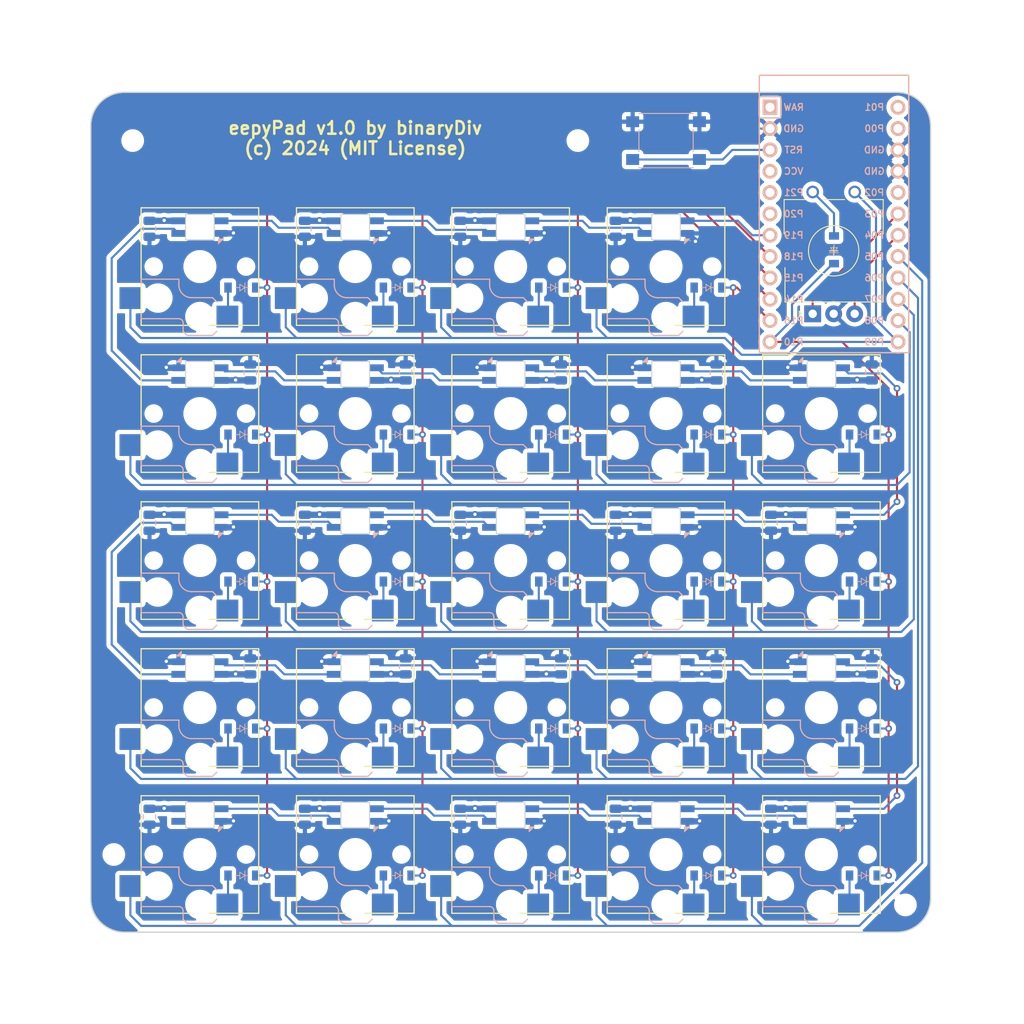
<source format=kicad_pcb>
(kicad_pcb (version 20221018) (generator pcbnew)

  (general
    (thickness 1.6)
  )

  (paper "A3")
  (title_block
    (title "eepypad")
    (rev "1.0")
    (company "binaryDiv")
  )

  (layers
    (0 "F.Cu" signal)
    (1 "In1.Cu" power)
    (2 "In2.Cu" power)
    (31 "B.Cu" signal)
    (32 "B.Adhes" user "B.Adhesive")
    (33 "F.Adhes" user "F.Adhesive")
    (34 "B.Paste" user)
    (35 "F.Paste" user)
    (36 "B.SilkS" user "B.Silkscreen")
    (37 "F.SilkS" user "F.Silkscreen")
    (38 "B.Mask" user)
    (39 "F.Mask" user)
    (40 "Dwgs.User" user "User.Drawings")
    (41 "Cmts.User" user "User.Comments")
    (42 "Eco1.User" user "User.Eco1")
    (43 "Eco2.User" user "User.Eco2")
    (44 "Edge.Cuts" user)
    (45 "Margin" user)
    (46 "B.CrtYd" user "B.Courtyard")
    (47 "F.CrtYd" user "F.Courtyard")
    (48 "B.Fab" user)
    (49 "F.Fab" user)
  )

  (setup
    (stackup
      (layer "F.SilkS" (type "Top Silk Screen"))
      (layer "F.Paste" (type "Top Solder Paste"))
      (layer "F.Mask" (type "Top Solder Mask") (thickness 0.01))
      (layer "F.Cu" (type "copper") (thickness 0.035))
      (layer "dielectric 1" (type "prepreg") (thickness 0.1) (material "FR4") (epsilon_r 4.5) (loss_tangent 0.02))
      (layer "In1.Cu" (type "copper") (thickness 0.035))
      (layer "dielectric 2" (type "core") (thickness 1.24) (material "FR4") (epsilon_r 4.5) (loss_tangent 0.02))
      (layer "In2.Cu" (type "copper") (thickness 0.035))
      (layer "dielectric 3" (type "prepreg") (thickness 0.1) (material "FR4") (epsilon_r 4.5) (loss_tangent 0.02))
      (layer "B.Cu" (type "copper") (thickness 0.035))
      (layer "B.Mask" (type "Bottom Solder Mask") (thickness 0.01))
      (layer "B.Paste" (type "Bottom Solder Paste"))
      (layer "B.SilkS" (type "Bottom Silk Screen"))
      (copper_finish "None")
      (dielectric_constraints no)
    )
    (pad_to_mask_clearance 0.05)
    (pcbplotparams
      (layerselection 0x00010fc_ffffffff)
      (plot_on_all_layers_selection 0x0000000_00000000)
      (disableapertmacros false)
      (usegerberextensions false)
      (usegerberattributes true)
      (usegerberadvancedattributes true)
      (creategerberjobfile true)
      (dashed_line_dash_ratio 12.000000)
      (dashed_line_gap_ratio 3.000000)
      (svgprecision 4)
      (plotframeref false)
      (viasonmask false)
      (mode 1)
      (useauxorigin false)
      (hpglpennumber 1)
      (hpglpenspeed 20)
      (hpglpendiameter 15.000000)
      (dxfpolygonmode true)
      (dxfimperialunits true)
      (dxfusepcbnewfont true)
      (psnegative false)
      (psa4output false)
      (plotreference true)
      (plotvalue true)
      (plotinvisibletext false)
      (sketchpadsonfab false)
      (subtractmaskfromsilk false)
      (outputformat 1)
      (mirror false)
      (drillshape 1)
      (scaleselection 1)
      (outputdirectory "")
    )
  )

  (net 0 "")
  (net 1 "one_one")
  (net 2 "P5")
  (net 3 "one_two")
  (net 4 "P6")
  (net 5 "one_three")
  (net 6 "P7")
  (net 7 "one_four")
  (net 8 "P8")
  (net 9 "one_five")
  (net 10 "P9")
  (net 11 "two_one")
  (net 12 "two_two")
  (net 13 "two_three")
  (net 14 "two_four")
  (net 15 "two_five")
  (net 16 "three_one")
  (net 17 "three_two")
  (net 18 "three_three")
  (net 19 "three_four")
  (net 20 "three_five")
  (net 21 "four_one")
  (net 22 "four_two")
  (net 23 "four_three")
  (net 24 "four_four")
  (net 25 "four_five")
  (net 26 "five_one")
  (net 27 "five_two")
  (net 28 "five_three")
  (net 29 "five_four")
  (net 30 "five_five")
  (net 31 "P3")
  (net 32 "P4")
  (net 33 "GND")
  (net 34 "P18")
  (net 35 "P15")
  (net 36 "P14")
  (net 37 "P16")
  (net 38 "P10")
  (net 39 "led_dout_two_one")
  (net 40 "led_dout_one_one")
  (net 41 "VCC")
  (net 42 "led_dout_two_three")
  (net 43 "led_dout_one_three")
  (net 44 "led_dout_two_five")
  (net 45 "led_dout_one_five")
  (net 46 "led_dout_three_one")
  (net 47 "led_dout_three_three")
  (net 48 "led_dout_three_five")
  (net 49 "led_dout_four_one")
  (net 50 "led_dout_four_three")
  (net 51 "led_dout_four_five")
  (net 52 "led_dout_five_one")
  (net 53 "led_dout_five_three")
  (net 54 "P19")
  (net 55 "led_dout_five_two")
  (net 56 "led_dout_five_four")
  (net 57 "led_dout_one_two")
  (net 58 "led_dout_one_four")
  (net 59 "led_dout_two_two")
  (net 60 "led_dout_two_four")
  (net 61 "led_dout_three_two")
  (net 62 "led_dout_three_four")
  (net 63 "led_dout_four_two")
  (net 64 "led_dout_four_four")
  (net 65 "RAW")
  (net 66 "RST")
  (net 67 "P21")
  (net 68 "P20")
  (net 69 "P1")
  (net 70 "P0")
  (net 71 "P2")

  (footprint "PG1350" (layer "F.Cu") (at 155.5 150 180))

  (footprint "SK6812-MINI-E" (layer "F.Cu") (at 137 75.3))

  (footprint "PG1350" (layer "F.Cu") (at 118.5 132.5 180))

  (footprint "PG1350" (layer "F.Cu") (at 100 80 180))

  (footprint "SK6812-MINI-E" (layer "F.Cu") (at 118.5 92.8 180))

  (footprint "SK6812-MINI-E" (layer "F.Cu") (at 155.5 75.3))

  (footprint "MountingHole_2.2mm_M2" (layer "F.Cu") (at 184 156))

  (footprint "SK6812-MINI-E" (layer "F.Cu") (at 100 92.8 180))

  (footprint "SK6812-MINI-E" (layer "F.Cu") (at 118.5 110.3))

  (footprint "MountingHole_2.2mm_M2" (layer "F.Cu") (at 89.75 150))

  (footprint "SK6812-MINI-E" (layer "F.Cu") (at 118.5 145.3))

  (footprint "SK6812-MINI-E" (layer "F.Cu") (at 100 110.3))

  (footprint "PG1350" (layer "F.Cu") (at 137 80 180))

  (footprint "PG1350" (layer "F.Cu") (at 100 150 180))

  (footprint "SK6812-MINI-E" (layer "F.Cu") (at 118.5 127.8 180))

  (footprint "SK6812-MINI-E" (layer "F.Cu") (at 174 127.8 180))

  (footprint "PG1350" (layer "F.Cu") (at 100 132.5 180))

  (footprint "PG1350" (layer "F.Cu") (at 118.5 97.5 180))

  (footprint "PG1350" (layer "F.Cu") (at 174 132.5 180))

  (footprint "SK6812-MINI-E" (layer "F.Cu") (at 155.5 145.3))

  (footprint "PG1350" (layer "F.Cu") (at 174 150 180))

  (footprint "PG1350" (layer "F.Cu") (at 118.5 115 180))

  (footprint "SK6812-MINI-E" (layer "F.Cu") (at 137 110.3))

  (footprint "PG1350" (layer "F.Cu") (at 174 97.5 180))

  (footprint "MountingHole_2.2mm_M2" (layer "F.Cu") (at 145 65))

  (footprint "ProMicro" (layer "F.Cu") (at 175.5 75 -90))

  (footprint "SK6812-MINI-E" (layer "F.Cu") (at 100 145.3))

  (footprint "SK6812-MINI-E" (layer "F.Cu") (at 100 75.3))

  (footprint "PG1350" (layer "F.Cu") (at 137 150 180))

  (footprint "PG1350" (layer "F.Cu") (at 137 115 180))

  (footprint "SK6812-MINI-E" (layer "F.Cu") (at 100 127.8 180))

  (footprint "PG1350" (layer "F.Cu") (at 137 132.5 180))

  (footprint "rotary_encoder" (layer "F.Cu") (at 175.5 78 90))

  (footprint "SK6812-MINI-E" (layer "F.Cu") (at 137 127.8 180))

  (footprint "PG1350" (layer "F.Cu") (at 118.5 80 180))

  (footprint "SK6812-MINI-E" (layer "F.Cu") (at 174 92.8 180))

  (footprint "SK6812-MINI-E" (layer "F.Cu") (at 155.5 92.8 180))

  (footprint "SK6812-MINI-E" (layer "F.Cu") (at 155.5 110.3))

  (footprint "PG1350" (layer "F.Cu")
    (tstamp ae385771-5baa-4648-b911-b65c10690fce)
    (at 155.5 115 180)
    (attr through_hole)
    (fp_text reference "S18" (at 0 0) (layer "F.SilkS") hide
        (effects (font (size 1.27 1.27) (thickness 0.15)))
      (tstamp 004cfbdf-7d92-4e88-a73e-62c7072c2791)
    )
    (fp_text value "" (at 0 0) (layer "F.SilkS") hide
        (effects (font (size 1.27 1.27) (thickness 0.15)))
      (tstamp 5b8b3908-f7d6-4dc9-a027-4bf6f4109b27)
    )
    (fp_line (start -2 -7.7) (end -1.5 -8.2)
      (stroke (width 0.15) (type solid)) (layer "B.SilkS") (tstamp 752452fb-0c1a-4462-8c81-857df05f5679))
    (fp_line (start -2 -4.2) (end -1.5 -3.7)
      (stroke (width 0.15) (type solid)) (layer "B.SilkS") (tstamp 04488370-ff34-49db-a0fc-91ad74b667ff))
    (fp_line (start -1.5 -8.2) (end 1.5 -8.2)
      (stroke (width 0.15) (type solid)) (layer "B.SilkS") (tstamp 7a4b40b8-d8a2-407f-a411-ca8bc3ee1761))
    (fp_line (start -1.5 -3.7) (end 1 -3.7)
      (stroke (width 0.15) (type solid)) (layer "B.SilkS") (tstamp cf4a9b6a-3448-4924-97ca-232e3442ac4f))
    (fp_line (start 1.5 -8.2) (end 2 -7.7)
      (stroke (width 0.15) (type solid)) (layer "B.SilkS") (tstamp e1b649d9-597f-46c0-b296-25bfc73b77b1))
    (fp_line (start 2 -6.7) (end 2 -7.7)
      (stroke (width 0.15) (type solid)) (layer "B.SilkS") (tstamp 8f4db883-fc42-4aec-9db1-ff118e3b33b0))
    (fp_line (start 2.5 -2.2) (end 2.5 -1.5)
      (stroke (width 0.15) (type solid)) (layer "B.SilkS") (tstamp 669e36ab-58b5-4900-9b71-30acc3f4d135))
    (fp_line (start 2.5 -1.5) (end 7 -1.5)
      (stroke (width 0.15) (type solid)) (layer "B.SilkS") (tstamp d0007d61-ad7b-4419-8281-8cd89a48f019))
    (fp_line (start 7 -6.2) (end 2.5 -6.2)
      (stroke (width 0.15) (type solid)) (layer "B.SilkS") (tstamp 34b00e46-7a44-4734-ab4d-cb9fa7561ae3))
    (fp_line (start 7 -5.6) (end 7 -6.2)
      (stroke (width 0.15) (type solid)) (layer "B.SilkS") (tstamp 1ebc4b81-31f1-4fac-9fa1-0f2dbd268747))
    (fp_line (start 7 -1.5) (end 7 -2)
      (stroke (width 0.15) (type solid)) (layer "B.SilkS") (tstamp 5ca140cc-e15b-41a5-92c5-45f016b7db5e))
    (fp_arc (start 1 -3.7) (mid 2.06066 -3.26066) (end 2.5 -2.2)
      (stroke (width 0.15) (type solid)) (layer "B.SilkS") (tstamp daa6b34e-c3b6-417f-8646-821098b167d9))
    (fp_arc (start 2.5 -6.2) (mid 2.146447 -6.346447) (end 2 -6.7)
      (stroke (width 0.15) (type solid)) (layer "B.SilkS") (tstamp f37bda80-8a5c-48a3-a56e-83dc774c7c98))
    (fp_line (start -7 -7) (end 7 -7)
      (stroke (width 0.15) (type solid)) (layer "F.SilkS") (tstamp fa32cf5f-16cf-4eaa-a140-2f7ed3d03472))
    (fp_line (start -7 7) (end -7 -7)
      (stroke (width 0.15) (type solid)) (layer "F.SilkS") (tstamp 2596dd38-cd3c-48dc-8513-285c02a99807))
    (fp_line (start 7 -7) (end 7 7)
      (stroke (width 0.15) (type solid)) (layer "F.SilkS") (tstamp b2d11692-8e80-4487-8b94-8b6184e9b12f))
    (fp_line (start 7 7) (end -7 7)
      (stroke (width 0.15) (type solid)) (layer "F.SilkS") (tstamp b1afbc95-71b8-4fe2-a5bf-d828d04b5d88))
    (fp_line (start -9 -8.5) (end 9 -8.5)
      (stroke (width 0.15) (type solid)) (layer "Dwgs.User") (tstamp 4af61404-090c-4423-bc96-d662ce8d37c9))
    (fp_line (start -9 8.5) (end -9 -8.5)
      (stroke (width 0.15) (type solid)) (layer "Dwgs.User") (tstamp a8bd9e3c-0f1b-423c-8a5f-0dd5e06416ca))
    (fp_line (start -2.6 3.1) (end -2.6 6.3)
      (stroke (width 0.15) (type solid)) (layer "Dwgs.User") (tstamp f7ef0b5f-7e81-4c68-925e-024e12eddac7))
    (fp_line (start -2.6 3.1) (end 2.6 3.1)
      (stroke (width 0.15) (type solid)) (layer "Dwgs.User") (tstamp cfad3ef0-5c80-48bf-9f74-50d44f4953dd))
    (fp_line (start 2.6 3.1) (end 2.6 6.3)
      (stroke (width 0.15) (type solid)) (layer "Dwgs.User") (tstamp 7c859aa1-6e55-43fb-9a72-89f6a94dc761))
    (fp_line (start 2.6 6.3) (end -2.6 6.3)
      (stroke (width 0.15) (type solid)) (layer "Dwgs.User") (tstamp 00f10b1f-01b5-4326-b186-b053165d19c3))
    (fp_line (start 9 -8.5) (end 9 8.5)
      (stroke (width 0.15) (type solid)) (layer "Dwgs.User") (tstamp a75dd4cf-b183-4146-94dc-e268fa030584))
    (fp_line (start 9 8.5) (end -9 8.5)
      (stroke (width 0.15) (type solid)) (layer "Dwgs.User") (tstamp c0a152f8-3397-40ee-8064-cc8306cc9ca0))
    (fp_line (start -4.5 -7.25) (end -2 -7.25)
      (stroke (width 0.12) (type solid)) (layer "B.Fab") (tstamp 5a9f984f-94b9-45b7-a266-61e283088a98))
    (fp_line (start -4.5 -4.75) (end -4.5 -7.25)
      (stroke (width 0.12) (type solid)) (layer "B.Fab") (tstamp 9a36a944-017d-49e4-b87e-ddf947d16cc7))
    (fp_line (start -2 -7.7) (end -1.5 -8.2)
      (stroke (width 0.15) (type solid)) (layer "B.Fab") (tstamp f5a23262-4441-4700-83c1-78140eb4df4b))
    (fp_line (start -2 -4.75) (end -4.5 -4.75)
      (stroke (width 0.12) (type solid)) (layer "B.Fab") (tstamp 7a466ed2-3c6b-4071-a592-1816a1dc9807))
    (fp_line (start -2 -4.25) (end -2 -7.7)
      (stroke (width 0.12) (type solid)) (layer "B.Fab") (tstamp a40df5b1-c145-49b9-9400-c925fe8c7179))
    (fp_line (start -2 -4.2) (end -1.5 -3.7)
      (stroke (width 0.15) (type solid)) (layer "B.Fab") (tstamp cda7e8f5-5f0d-4726-8982-b5681f0e80ff))
    (fp_line (start -1.5 -8.2) (end 1.5 -8.2)
      (stroke (width 0.15) (type solid)) (layer "B.Fab") (tstamp 0b204b4a-5b19-4b14-98a3-b478bf0bede1))
    (fp_line (start -1.5 -3.7) (end 1 -3.7)
      (stroke (width 0.15) (type solid)) (layer "B.Fab") (tstamp 45d617f9-3000-4fa6-8ec3-84799640d9e2))
    (fp_line (start 1.5 -8.2) (end 2 -7.7)
      (stroke (width 0.15) (type solid)) (layer "B.Fab") (tstamp b6d133ab-ad88-4000-8d5b-683b089171b6))
    (fp_line (start 2 -6.7) (end 2 -7.7)
      (stroke (width 0.15) (type solid)) (layer "B.Fab") (tstamp 16299e48-10a4-49e5-b3b4-5ba9db118a8a))
    (fp_line (start 2.5 -2.2) (end 2.5 -1.5)
      (stroke (width 0.15) (type solid)) (layer "B.Fab"
... [2028142 chars truncated]
</source>
